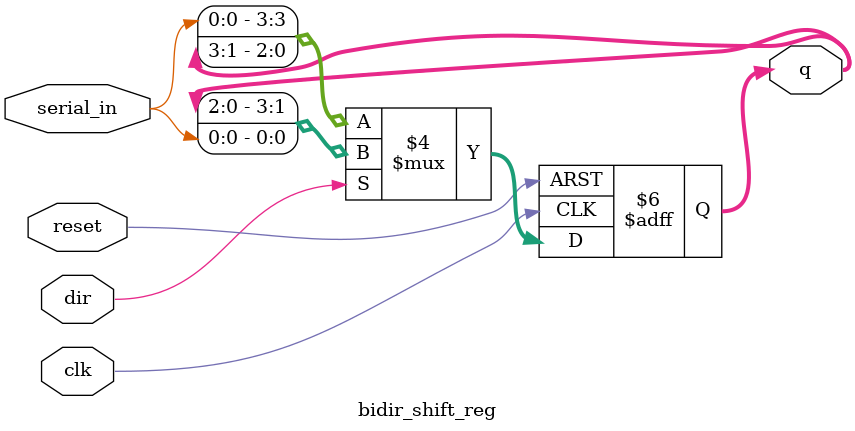
<source format=v>
module bidir_shift_reg #(parameter N = 4) (
    input  clk, reset, dir, // dir=0 -> right, dir=1 -> left
    input  serial_in,
    output reg [N-1:0] q
);
    always @(posedge clk or posedge reset) begin
        if (reset)
            q <= 0;
        else if (dir == 1'b0)
            q <= {serial_in, q[N-1:1]}; // shift right
        else
            q <= {q[N-2:0], serial_in}; // shift left
    end
endmodule


</source>
